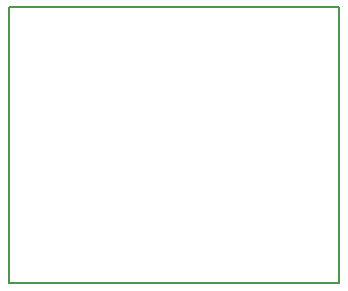
<source format=gbr>
G04 #@! TF.FileFunction,Profile,NP*
%FSLAX46Y46*%
G04 Gerber Fmt 4.6, Leading zero omitted, Abs format (unit mm)*
G04 Created by KiCad (PCBNEW 4.0.6) date 11/25/17 14:25:30*
%MOMM*%
%LPD*%
G01*
G04 APERTURE LIST*
%ADD10C,0.100000*%
%ADD11C,0.150000*%
G04 APERTURE END LIST*
D10*
D11*
X132871600Y-91142400D02*
X132871600Y-114510400D01*
X132871600Y-114510400D02*
X104931600Y-114510400D01*
X104931600Y-91142400D02*
X104931600Y-114510400D01*
X104931600Y-91142400D02*
X132871600Y-91142400D01*
M02*

</source>
